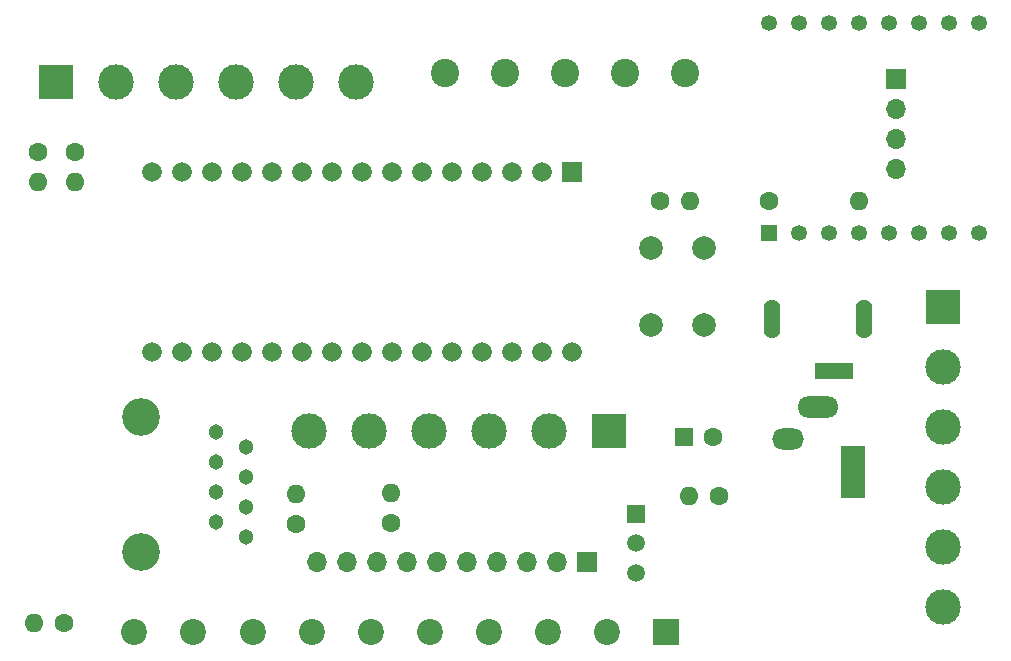
<source format=gbr>
%TF.GenerationSoftware,KiCad,Pcbnew,(6.0.7)*%
%TF.CreationDate,2022-10-09T17:30:30-05:00*%
%TF.ProjectId,ScareBanger_PCB,53636172-6542-4616-9e67-65725f504342,rev?*%
%TF.SameCoordinates,Original*%
%TF.FileFunction,Soldermask,Top*%
%TF.FilePolarity,Negative*%
%FSLAX46Y46*%
G04 Gerber Fmt 4.6, Leading zero omitted, Abs format (unit mm)*
G04 Created by KiCad (PCBNEW (6.0.7)) date 2022-10-09 17:30:30*
%MOMM*%
%LPD*%
G01*
G04 APERTURE LIST*
%ADD10R,1.700000X1.700000*%
%ADD11O,1.700000X1.700000*%
%ADD12R,1.350000X1.350000*%
%ADD13C,1.350000*%
%ADD14C,1.600000*%
%ADD15O,1.600000X1.600000*%
%ADD16R,3.300000X1.400000*%
%ADD17O,1.400000X3.300000*%
%ADD18R,1.600000X1.600000*%
%ADD19R,1.665000X1.665000*%
%ADD20C,1.665000*%
%ADD21R,3.000000X3.000000*%
%ADD22C,3.000000*%
%ADD23C,1.500000*%
%ADD24R,1.500000X1.500000*%
%ADD25C,2.400000*%
%ADD26C,2.000000*%
%ADD27R,2.300000X2.300000*%
%ADD28C,2.200000*%
%ADD29C,3.200000*%
%ADD30C,1.303000*%
%ADD31O,2.700000X1.800000*%
%ADD32O,3.500000X1.800000*%
%ADD33R,2.000000X4.500000*%
G04 APERTURE END LIST*
D10*
%TO.C,J8*%
X176000000Y-93750000D03*
D11*
X176000000Y-96290000D03*
X176000000Y-98830000D03*
X176000000Y-101370000D03*
%TD*%
D12*
%TO.C,U1*%
X165220000Y-106780000D03*
D13*
X167760000Y-106780000D03*
X170300000Y-106780000D03*
X172840000Y-106780000D03*
X175380000Y-106780000D03*
X177920000Y-106780000D03*
X180460000Y-106780000D03*
X183000000Y-106780000D03*
X183000000Y-89000000D03*
X180460000Y-89000000D03*
X177920000Y-89000000D03*
X175380000Y-89000000D03*
X172840000Y-89000000D03*
X170300000Y-89000000D03*
X167760000Y-89000000D03*
X165220000Y-89000000D03*
%TD*%
D14*
%TO.C,R9*%
X165190000Y-104000000D03*
D15*
X172810000Y-104000000D03*
%TD*%
D16*
%TO.C,J5*%
X170750000Y-118400000D03*
D17*
X173300000Y-114000000D03*
X165500000Y-114000000D03*
%TD*%
D14*
%TO.C,R7*%
X105500000Y-139750000D03*
D15*
X102960000Y-139750000D03*
%TD*%
D14*
%TO.C,R6*%
X133200000Y-131300000D03*
D15*
X133200000Y-128760000D03*
%TD*%
D14*
%TO.C,R5*%
X106500000Y-99900000D03*
D15*
X106500000Y-102440000D03*
%TD*%
D14*
%TO.C,R4*%
X125200000Y-131345000D03*
D15*
X125200000Y-128805000D03*
%TD*%
D14*
%TO.C,R3*%
X103300000Y-99855000D03*
D15*
X103300000Y-102395000D03*
%TD*%
D14*
%TO.C,R1*%
X161000000Y-129000000D03*
D15*
X158460000Y-129000000D03*
%TD*%
D14*
%TO.C,R2*%
X156000000Y-104000000D03*
D15*
X158540000Y-104000000D03*
%TD*%
D18*
%TO.C,C1*%
X158000000Y-124000000D03*
D14*
X160500000Y-124000000D03*
%TD*%
D19*
%TO.C,A1*%
X148590000Y-101610000D03*
D20*
X146050000Y-101610000D03*
X143510000Y-101610000D03*
X140970000Y-101610000D03*
X138430000Y-101610000D03*
X135890000Y-101610000D03*
X133350000Y-101610000D03*
X130810000Y-101610000D03*
X128270000Y-101610000D03*
X125730000Y-101610000D03*
X123190000Y-101610000D03*
X120650000Y-101610000D03*
X118110000Y-101610000D03*
X115570000Y-101610000D03*
X113030000Y-101610000D03*
X113030000Y-116850000D03*
X115570000Y-116850000D03*
X118110000Y-116850000D03*
X120650000Y-116850000D03*
X123190000Y-116850000D03*
X125730000Y-116850000D03*
X128270000Y-116850000D03*
X130810000Y-116850000D03*
X133350000Y-116850000D03*
X135890000Y-116850000D03*
X138430000Y-116850000D03*
X140970000Y-116850000D03*
X143510000Y-116850000D03*
X146050000Y-116850000D03*
X148590000Y-116850000D03*
%TD*%
D21*
%TO.C,J3*%
X104840000Y-94000000D03*
D22*
X109920000Y-94000000D03*
X115000000Y-94000000D03*
X120080000Y-94000000D03*
X125160000Y-94000000D03*
X130240000Y-94000000D03*
%TD*%
D23*
%TO.C,SW2*%
X154000000Y-135500000D03*
X154000000Y-133000000D03*
D24*
X154000000Y-130500000D03*
%TD*%
D21*
%TO.C,J6*%
X151700000Y-123500000D03*
D22*
X146620000Y-123500000D03*
X141540000Y-123500000D03*
X136460000Y-123500000D03*
X131380000Y-123500000D03*
X126300000Y-123500000D03*
%TD*%
%TO.C,J7*%
X180000000Y-138400000D03*
X180000000Y-133320000D03*
X180000000Y-128240000D03*
X180000000Y-123160000D03*
X180000000Y-118080000D03*
D21*
X180000000Y-113000000D03*
%TD*%
D25*
%TO.C,J2*%
X158160000Y-93195000D03*
X153080000Y-93195000D03*
X148000000Y-93195000D03*
X142920000Y-93195000D03*
X137840000Y-93195000D03*
%TD*%
D26*
%TO.C,S1*%
X159750000Y-108000000D03*
X159750000Y-114500000D03*
X155250000Y-114500000D03*
X155250000Y-108000000D03*
%TD*%
D27*
%TO.C,J17*%
X156500000Y-140500000D03*
D28*
X151500000Y-140500000D03*
X146500000Y-140500000D03*
X141500000Y-140500000D03*
X136500000Y-140500000D03*
X131500000Y-140500000D03*
X126500000Y-140500000D03*
X121500000Y-140500000D03*
X116500000Y-140500000D03*
X111500000Y-140500000D03*
%TD*%
D29*
%TO.C,J1*%
X112034000Y-133731000D03*
X112034000Y-122301000D03*
D30*
X118384000Y-123571000D03*
X120924000Y-124841000D03*
X118384000Y-126111000D03*
X120924000Y-127381000D03*
X118384000Y-128651000D03*
X120924000Y-129921000D03*
X118384000Y-131191000D03*
X120924000Y-132461000D03*
%TD*%
D31*
%TO.C,J4*%
X166800000Y-124200000D03*
D32*
X169400000Y-121500000D03*
D33*
X172350000Y-127000000D03*
%TD*%
D10*
%TO.C,J16*%
X149860000Y-134620000D03*
D11*
X147320000Y-134620000D03*
X144780000Y-134620000D03*
X142240000Y-134620000D03*
X139700000Y-134620000D03*
X137160000Y-134620000D03*
X134620000Y-134620000D03*
X132080000Y-134620000D03*
X129540000Y-134620000D03*
X127000000Y-134620000D03*
%TD*%
M02*

</source>
